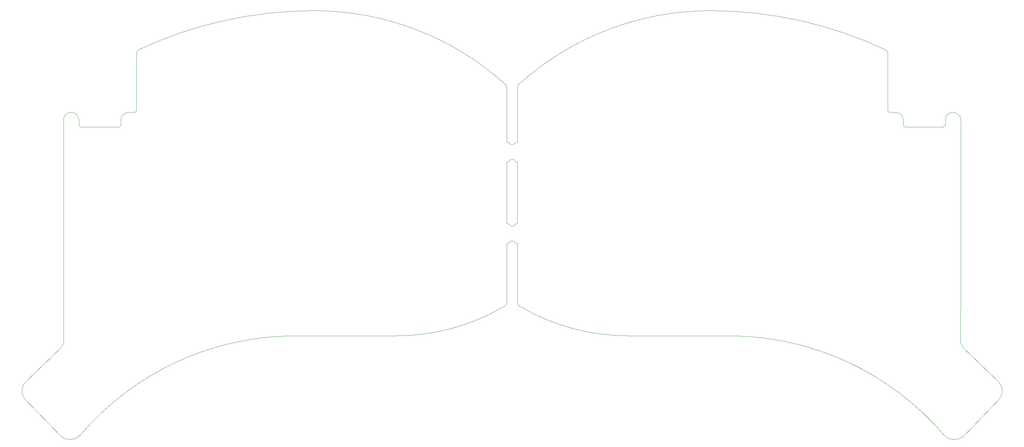
<source format=gm1>
%TF.GenerationSoftware,KiCad,Pcbnew,7.0.7-2.fc38*%
%TF.CreationDate,2023-10-04T20:00:29+05:30*%
%TF.ProjectId,tako,74616b6f-2e6b-4696-9361-645f70636258,rev?*%
%TF.SameCoordinates,Original*%
%TF.FileFunction,Profile,NP*%
%FSLAX46Y46*%
G04 Gerber Fmt 4.6, Leading zero omitted, Abs format (unit mm)*
G04 Created by KiCad (PCBNEW 7.0.7-2.fc38) date 2023-10-04 20:00:29*
%MOMM*%
%LPD*%
G01*
G04 APERTURE LIST*
%TA.AperFunction,Profile*%
%ADD10C,0.050000*%
%TD*%
G04 APERTURE END LIST*
D10*
X150820443Y-60166057D02*
X150430942Y-60166057D01*
X247788747Y-36379085D02*
G75*
G03*
X202739289Y-26334575I-45050047J-96003415D01*
G01*
X153114941Y-86246058D02*
X153114943Y-101485645D01*
X153114939Y-81166058D02*
X153114941Y-65246057D01*
X36400943Y-94264806D02*
X36400629Y-54480040D01*
X153114940Y-60166058D02*
X152725439Y-60166059D01*
X248364002Y-51980529D02*
X248364002Y-37284666D01*
X153114986Y-101485645D02*
G75*
G03*
X153588342Y-102335003I998414J-155D01*
G01*
X265145268Y-52479935D02*
G75*
G03*
X263145135Y-54479892I-268J-1999865D01*
G01*
X153588342Y-102335002D02*
G75*
G03*
X181689856Y-110035990I28101808J47422902D01*
G01*
X207751735Y-110035651D02*
X181689856Y-110035990D01*
X150430917Y-46085746D02*
G75*
G03*
X150107140Y-45349092I-999117J346D01*
G01*
X35746713Y-135879350D02*
G75*
G03*
X40579026Y-135740784I2340757J2698750D01*
G01*
X153114948Y-46085744D02*
X153114940Y-60166058D01*
X53181941Y-52480354D02*
G75*
G03*
X51181954Y-54480492I-41J-1999946D01*
G01*
X248864006Y-52480527D02*
X250363944Y-52480355D01*
X54681882Y-52480484D02*
G75*
G03*
X55181884Y-51980529I-182J500184D01*
G01*
X252363945Y-54480488D02*
G75*
G03*
X250363944Y-52480355I-1999845J288D01*
G01*
X277158427Y-126180599D02*
G75*
G03*
X276727994Y-121712303I-2739327J1990999D01*
G01*
X35746711Y-135879352D02*
X26387469Y-126180595D01*
X40400885Y-55729819D02*
G75*
G03*
X40900935Y-56229815I500215J219D01*
G01*
X40400754Y-54479892D02*
X40400928Y-55729819D01*
X150107143Y-45349089D02*
G75*
G03*
X100806597Y-26334574I-49300483J-54405431D01*
G01*
X26817899Y-121712304D02*
G75*
G03*
X26387469Y-126180595I2308931J-2477296D01*
G01*
X150430947Y-101485646D02*
X150430939Y-86246058D01*
X121856035Y-110035978D02*
G75*
G03*
X149957548Y-102335002I-135J55123378D01*
G01*
X252864111Y-56230419D02*
X262644956Y-56229817D01*
X262966844Y-135740807D02*
G75*
G03*
X267799180Y-135879352I2491556J2560207D01*
G01*
X276727994Y-121712303D02*
X267766746Y-113068229D01*
X153438732Y-45349074D02*
G75*
G03*
X153114948Y-46085744I676268J-736726D01*
G01*
X149957548Y-102335003D02*
G75*
G03*
X150430947Y-101485646I-525148J849303D01*
G01*
X121856035Y-110035989D02*
X95794156Y-110035649D01*
X152725371Y-65246086D02*
G75*
G03*
X150820441Y-65246057I-952471J-381114D01*
G01*
X277158422Y-126180596D02*
X267799180Y-135879353D01*
X267145259Y-54480041D02*
X267144942Y-94264804D01*
X95794156Y-110035647D02*
G75*
G03*
X40579028Y-135740785I232684J-72653953D01*
G01*
X35779145Y-113068228D02*
X26817897Y-121712302D01*
X100806597Y-26334573D02*
G75*
G03*
X55757144Y-36379092I503J-106047427D01*
G01*
X248363973Y-51980529D02*
G75*
G03*
X248864006Y-52480527I500027J29D01*
G01*
X150820439Y-81166058D02*
X150430940Y-81166057D01*
X150820372Y-60166086D02*
G75*
G03*
X152725438Y-60166059I952528J380786D01*
G01*
X40900935Y-56229815D02*
X50681774Y-56230421D01*
X252363931Y-54480488D02*
X252364104Y-55730421D01*
X55181887Y-37284664D02*
X55181884Y-51980529D01*
X153114941Y-65246057D02*
X152725441Y-65246057D01*
X262644956Y-56229860D02*
G75*
G03*
X263144960Y-55729820I-156J500160D01*
G01*
X262966860Y-135740789D02*
G75*
G03*
X207751735Y-110035652I-55447800J-46948791D01*
G01*
X150820440Y-65246057D02*
X150430942Y-65246058D01*
X51181785Y-55730423D02*
X51181954Y-54480492D01*
X252364181Y-55730421D02*
G75*
G03*
X252864111Y-56230419I499919J-79D01*
G01*
X150820439Y-86246058D02*
X150430939Y-86246058D01*
X152725369Y-86246087D02*
G75*
G03*
X150820442Y-86246058I-952469J-381013D01*
G01*
X150430942Y-60166057D02*
X150430939Y-46085746D01*
X150820373Y-81166085D02*
G75*
G03*
X152725437Y-81166060I952527J380885D01*
G01*
X202739289Y-26334578D02*
G75*
G03*
X153438748Y-45349091I-89J-73419872D01*
G01*
X40400698Y-54479892D02*
G75*
G03*
X38400617Y-52479902I-1999898J92D01*
G01*
X248363971Y-37284666D02*
G75*
G03*
X247788744Y-36379091I-1000171J166D01*
G01*
X267145296Y-54480041D02*
G75*
G03*
X265145268Y-52479904I-2000296J-159D01*
G01*
X263144960Y-55729820D02*
X263145135Y-54479892D01*
X55757142Y-36379088D02*
G75*
G03*
X55181887Y-37284664I425058J-905512D01*
G01*
X153114939Y-81166058D02*
X152725439Y-81166055D01*
X150430942Y-65246058D02*
X150430940Y-81166057D01*
X53181941Y-52480355D02*
X54681882Y-52480529D01*
X267079914Y-111370628D02*
G75*
G03*
X267766746Y-113068229I2478486J15028D01*
G01*
X38400617Y-52479929D02*
G75*
G03*
X36400629Y-54480040I283J-2000271D01*
G01*
X153114941Y-86246058D02*
X152725442Y-86246056D01*
X267079917Y-111370628D02*
X267144948Y-94264807D01*
X36400943Y-94264806D02*
X36465974Y-111370627D01*
X35779140Y-113068223D02*
G75*
G03*
X36465972Y-111370627I-1791640J1712623D01*
G01*
X50681774Y-56230385D02*
G75*
G03*
X51181785Y-55730423I26J499985D01*
G01*
M02*

</source>
